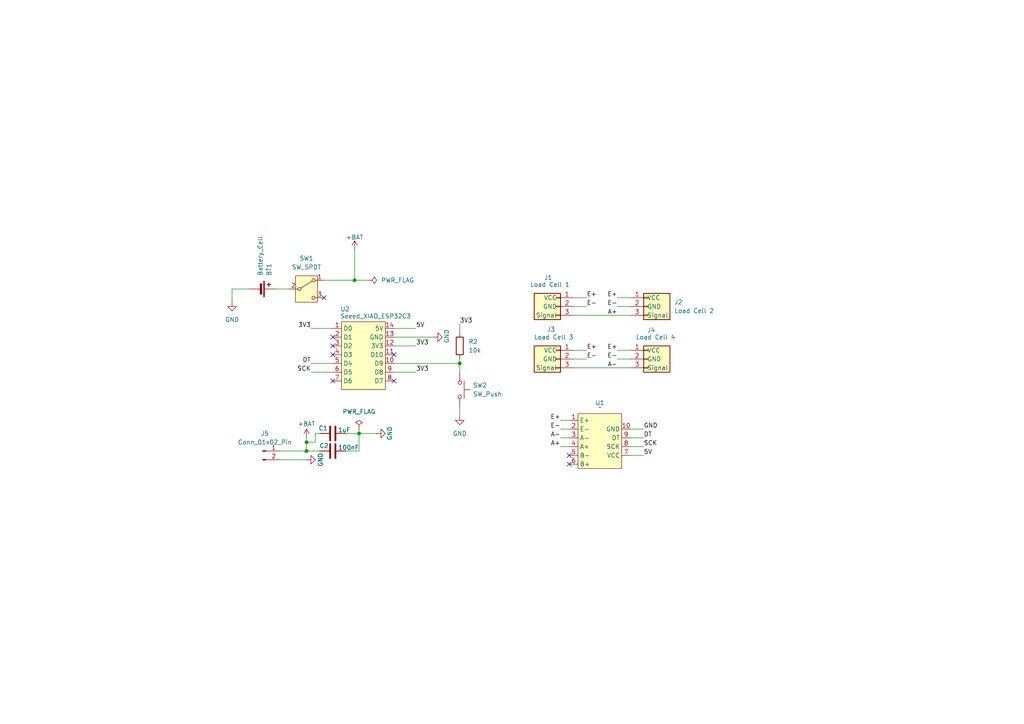
<source format=kicad_sch>
(kicad_sch
	(version 20231120)
	(generator "eeschema")
	(generator_version "8.0")
	(uuid "6c37bc0e-8721-4c7d-a680-c6d49d9f5325")
	(paper "A4")
	(lib_symbols
		(symbol "Connector:Conn_01x02_Pin"
			(pin_names
				(offset 1.016) hide)
			(exclude_from_sim no)
			(in_bom yes)
			(on_board yes)
			(property "Reference" "J"
				(at 0 2.54 0)
				(effects
					(font
						(size 1.27 1.27)
					)
				)
			)
			(property "Value" "Conn_01x02_Pin"
				(at 0 -5.08 0)
				(effects
					(font
						(size 1.27 1.27)
					)
				)
			)
			(property "Footprint" ""
				(at 0 0 0)
				(effects
					(font
						(size 1.27 1.27)
					)
					(hide yes)
				)
			)
			(property "Datasheet" "~"
				(at 0 0 0)
				(effects
					(font
						(size 1.27 1.27)
					)
					(hide yes)
				)
			)
			(property "Description" "Generic connector, single row, 01x02, script generated"
				(at 0 0 0)
				(effects
					(font
						(size 1.27 1.27)
					)
					(hide yes)
				)
			)
			(property "ki_locked" ""
				(at 0 0 0)
				(effects
					(font
						(size 1.27 1.27)
					)
				)
			)
			(property "ki_keywords" "connector"
				(at 0 0 0)
				(effects
					(font
						(size 1.27 1.27)
					)
					(hide yes)
				)
			)
			(property "ki_fp_filters" "Connector*:*_1x??_*"
				(at 0 0 0)
				(effects
					(font
						(size 1.27 1.27)
					)
					(hide yes)
				)
			)
			(symbol "Conn_01x02_Pin_1_1"
				(polyline
					(pts
						(xy 1.27 -2.54) (xy 0.8636 -2.54)
					)
					(stroke
						(width 0.1524)
						(type default)
					)
					(fill
						(type none)
					)
				)
				(polyline
					(pts
						(xy 1.27 0) (xy 0.8636 0)
					)
					(stroke
						(width 0.1524)
						(type default)
					)
					(fill
						(type none)
					)
				)
				(rectangle
					(start 0.8636 -2.413)
					(end 0 -2.667)
					(stroke
						(width 0.1524)
						(type default)
					)
					(fill
						(type outline)
					)
				)
				(rectangle
					(start 0.8636 0.127)
					(end 0 -0.127)
					(stroke
						(width 0.1524)
						(type default)
					)
					(fill
						(type outline)
					)
				)
				(pin passive line
					(at 5.08 0 180)
					(length 3.81)
					(name "Pin_1"
						(effects
							(font
								(size 1.27 1.27)
							)
						)
					)
					(number "1"
						(effects
							(font
								(size 1.27 1.27)
							)
						)
					)
				)
				(pin passive line
					(at 5.08 -2.54 180)
					(length 3.81)
					(name "Pin_2"
						(effects
							(font
								(size 1.27 1.27)
							)
						)
					)
					(number "2"
						(effects
							(font
								(size 1.27 1.27)
							)
						)
					)
				)
			)
		)
		(symbol "Connector_Generic:Conn_01x03"
			(pin_names
				(offset 1.016)
			)
			(exclude_from_sim no)
			(in_bom yes)
			(on_board yes)
			(property "Reference" "J1"
				(at -1.27 8.89 0)
				(effects
					(font
						(size 1.27 1.27)
					)
					(justify left)
				)
			)
			(property "Value" "Load Cell 1"
				(at -5.08 6.35 0)
				(effects
					(font
						(size 1.27 1.27)
					)
					(justify left)
				)
			)
			(property "Footprint" ""
				(at 0 0 0)
				(effects
					(font
						(size 1.27 1.27)
					)
					(hide yes)
				)
			)
			(property "Datasheet" "~"
				(at 7.62 8.89 0)
				(effects
					(font
						(size 1.27 1.27)
					)
					(hide yes)
				)
			)
			(property "Description" "Generic connector, single row, 01x03, script generated (kicad-library-utils/schlib/autogen/connector/)"
				(at 0 -10.16 0)
				(effects
					(font
						(size 1.27 1.27)
					)
					(hide yes)
				)
			)
			(property "ki_keywords" "connector"
				(at 0 0 0)
				(effects
					(font
						(size 1.27 1.27)
					)
					(hide yes)
				)
			)
			(property "ki_fp_filters" "Connector*:*_1x??_*"
				(at 0 0 0)
				(effects
					(font
						(size 1.27 1.27)
					)
					(hide yes)
				)
			)
			(symbol "Conn_01x03_1_1"
				(rectangle
					(start -1.27 -2.413)
					(end 0 -2.667)
					(stroke
						(width 0.1524)
						(type default)
					)
					(fill
						(type none)
					)
				)
				(rectangle
					(start -1.27 0.127)
					(end 0 -0.127)
					(stroke
						(width 0.1524)
						(type default)
					)
					(fill
						(type none)
					)
				)
				(rectangle
					(start -1.27 2.667)
					(end 0 2.413)
					(stroke
						(width 0.1524)
						(type default)
					)
					(fill
						(type none)
					)
				)
				(rectangle
					(start -1.27 3.81)
					(end 6.35 -3.81)
					(stroke
						(width 0.254)
						(type default)
					)
					(fill
						(type background)
					)
				)
				(pin passive line
					(at -5.08 2.54 0)
					(length 3.81)
					(name "VCC"
						(effects
							(font
								(size 1.27 1.27)
							)
						)
					)
					(number "1"
						(effects
							(font
								(size 1.27 1.27)
							)
						)
					)
				)
				(pin passive line
					(at -5.08 0 0)
					(length 3.81)
					(name "GND"
						(effects
							(font
								(size 1.27 1.27)
							)
						)
					)
					(number "2"
						(effects
							(font
								(size 1.27 1.27)
							)
						)
					)
				)
				(pin passive line
					(at -5.08 -2.54 0)
					(length 3.81)
					(name "Signal"
						(effects
							(font
								(size 1.27 1.27)
							)
						)
					)
					(number "3"
						(effects
							(font
								(size 1.27 1.27)
							)
						)
					)
				)
			)
		)
		(symbol "Device:Battery_Cell"
			(pin_numbers hide)
			(pin_names
				(offset 0) hide)
			(exclude_from_sim no)
			(in_bom yes)
			(on_board yes)
			(property "Reference" "BT"
				(at 2.54 2.54 0)
				(effects
					(font
						(size 1.27 1.27)
					)
					(justify left)
				)
			)
			(property "Value" "Battery_Cell"
				(at 2.54 0 0)
				(effects
					(font
						(size 1.27 1.27)
					)
					(justify left)
				)
			)
			(property "Footprint" ""
				(at 0 1.524 90)
				(effects
					(font
						(size 1.27 1.27)
					)
					(hide yes)
				)
			)
			(property "Datasheet" "~"
				(at 0 1.524 90)
				(effects
					(font
						(size 1.27 1.27)
					)
					(hide yes)
				)
			)
			(property "Description" "Single-cell battery"
				(at 0 0 0)
				(effects
					(font
						(size 1.27 1.27)
					)
					(hide yes)
				)
			)
			(property "ki_keywords" "battery cell"
				(at 0 0 0)
				(effects
					(font
						(size 1.27 1.27)
					)
					(hide yes)
				)
			)
			(symbol "Battery_Cell_0_1"
				(rectangle
					(start -2.286 1.778)
					(end 2.286 1.524)
					(stroke
						(width 0)
						(type default)
					)
					(fill
						(type outline)
					)
				)
				(rectangle
					(start -1.524 1.016)
					(end 1.524 0.508)
					(stroke
						(width 0)
						(type default)
					)
					(fill
						(type outline)
					)
				)
				(polyline
					(pts
						(xy 0 0.762) (xy 0 0)
					)
					(stroke
						(width 0)
						(type default)
					)
					(fill
						(type none)
					)
				)
				(polyline
					(pts
						(xy 0 1.778) (xy 0 2.54)
					)
					(stroke
						(width 0)
						(type default)
					)
					(fill
						(type none)
					)
				)
				(polyline
					(pts
						(xy 0.762 3.048) (xy 1.778 3.048)
					)
					(stroke
						(width 0.254)
						(type default)
					)
					(fill
						(type none)
					)
				)
				(polyline
					(pts
						(xy 1.27 3.556) (xy 1.27 2.54)
					)
					(stroke
						(width 0.254)
						(type default)
					)
					(fill
						(type none)
					)
				)
			)
			(symbol "Battery_Cell_1_1"
				(pin passive line
					(at 0 5.08 270)
					(length 2.54)
					(name "+"
						(effects
							(font
								(size 1.27 1.27)
							)
						)
					)
					(number "1"
						(effects
							(font
								(size 1.27 1.27)
							)
						)
					)
				)
				(pin passive line
					(at 0 -2.54 90)
					(length 2.54)
					(name "-"
						(effects
							(font
								(size 1.27 1.27)
							)
						)
					)
					(number "2"
						(effects
							(font
								(size 1.27 1.27)
							)
						)
					)
				)
			)
		)
		(symbol "Device:C"
			(pin_numbers hide)
			(pin_names
				(offset 0.254)
			)
			(exclude_from_sim no)
			(in_bom yes)
			(on_board yes)
			(property "Reference" "C"
				(at 0.635 2.54 0)
				(effects
					(font
						(size 1.27 1.27)
					)
					(justify left)
				)
			)
			(property "Value" "C"
				(at 0.635 -2.54 0)
				(effects
					(font
						(size 1.27 1.27)
					)
					(justify left)
				)
			)
			(property "Footprint" ""
				(at 0.9652 -3.81 0)
				(effects
					(font
						(size 1.27 1.27)
					)
					(hide yes)
				)
			)
			(property "Datasheet" "~"
				(at 0 0 0)
				(effects
					(font
						(size 1.27 1.27)
					)
					(hide yes)
				)
			)
			(property "Description" "Unpolarized capacitor"
				(at 0 0 0)
				(effects
					(font
						(size 1.27 1.27)
					)
					(hide yes)
				)
			)
			(property "ki_keywords" "cap capacitor"
				(at 0 0 0)
				(effects
					(font
						(size 1.27 1.27)
					)
					(hide yes)
				)
			)
			(property "ki_fp_filters" "C_*"
				(at 0 0 0)
				(effects
					(font
						(size 1.27 1.27)
					)
					(hide yes)
				)
			)
			(symbol "C_0_1"
				(polyline
					(pts
						(xy -2.032 -0.762) (xy 2.032 -0.762)
					)
					(stroke
						(width 0.508)
						(type default)
					)
					(fill
						(type none)
					)
				)
				(polyline
					(pts
						(xy -2.032 0.762) (xy 2.032 0.762)
					)
					(stroke
						(width 0.508)
						(type default)
					)
					(fill
						(type none)
					)
				)
			)
			(symbol "C_1_1"
				(pin passive line
					(at 0 3.81 270)
					(length 2.794)
					(name "~"
						(effects
							(font
								(size 1.27 1.27)
							)
						)
					)
					(number "1"
						(effects
							(font
								(size 1.27 1.27)
							)
						)
					)
				)
				(pin passive line
					(at 0 -3.81 90)
					(length 2.794)
					(name "~"
						(effects
							(font
								(size 1.27 1.27)
							)
						)
					)
					(number "2"
						(effects
							(font
								(size 1.27 1.27)
							)
						)
					)
				)
			)
		)
		(symbol "Device:R"
			(pin_numbers hide)
			(pin_names
				(offset 0)
			)
			(exclude_from_sim no)
			(in_bom yes)
			(on_board yes)
			(property "Reference" "R"
				(at 2.032 0 90)
				(effects
					(font
						(size 1.27 1.27)
					)
				)
			)
			(property "Value" "R"
				(at 0 0 90)
				(effects
					(font
						(size 1.27 1.27)
					)
				)
			)
			(property "Footprint" ""
				(at -1.778 0 90)
				(effects
					(font
						(size 1.27 1.27)
					)
					(hide yes)
				)
			)
			(property "Datasheet" "~"
				(at 0 0 0)
				(effects
					(font
						(size 1.27 1.27)
					)
					(hide yes)
				)
			)
			(property "Description" "Resistor"
				(at 0 0 0)
				(effects
					(font
						(size 1.27 1.27)
					)
					(hide yes)
				)
			)
			(property "ki_keywords" "R res resistor"
				(at 0 0 0)
				(effects
					(font
						(size 1.27 1.27)
					)
					(hide yes)
				)
			)
			(property "ki_fp_filters" "R_*"
				(at 0 0 0)
				(effects
					(font
						(size 1.27 1.27)
					)
					(hide yes)
				)
			)
			(symbol "R_0_1"
				(rectangle
					(start -1.016 -2.54)
					(end 1.016 2.54)
					(stroke
						(width 0.254)
						(type default)
					)
					(fill
						(type none)
					)
				)
			)
			(symbol "R_1_1"
				(pin passive line
					(at 0 3.81 270)
					(length 1.27)
					(name "~"
						(effects
							(font
								(size 1.27 1.27)
							)
						)
					)
					(number "1"
						(effects
							(font
								(size 1.27 1.27)
							)
						)
					)
				)
				(pin passive line
					(at 0 -3.81 90)
					(length 1.27)
					(name "~"
						(effects
							(font
								(size 1.27 1.27)
							)
						)
					)
					(number "2"
						(effects
							(font
								(size 1.27 1.27)
							)
						)
					)
				)
			)
		)
		(symbol "Switch:SW_Push"
			(pin_numbers hide)
			(pin_names
				(offset 1.016) hide)
			(exclude_from_sim no)
			(in_bom yes)
			(on_board yes)
			(property "Reference" "SW"
				(at 1.27 2.54 0)
				(effects
					(font
						(size 1.27 1.27)
					)
					(justify left)
				)
			)
			(property "Value" "SW_Push"
				(at 0 -1.524 0)
				(effects
					(font
						(size 1.27 1.27)
					)
				)
			)
			(property "Footprint" ""
				(at 0 5.08 0)
				(effects
					(font
						(size 1.27 1.27)
					)
					(hide yes)
				)
			)
			(property "Datasheet" "~"
				(at 0 5.08 0)
				(effects
					(font
						(size 1.27 1.27)
					)
					(hide yes)
				)
			)
			(property "Description" "Push button switch, generic, two pins"
				(at 0 0 0)
				(effects
					(font
						(size 1.27 1.27)
					)
					(hide yes)
				)
			)
			(property "ki_keywords" "switch normally-open pushbutton push-button"
				(at 0 0 0)
				(effects
					(font
						(size 1.27 1.27)
					)
					(hide yes)
				)
			)
			(symbol "SW_Push_0_1"
				(circle
					(center -2.032 0)
					(radius 0.508)
					(stroke
						(width 0)
						(type default)
					)
					(fill
						(type none)
					)
				)
				(polyline
					(pts
						(xy 0 1.27) (xy 0 3.048)
					)
					(stroke
						(width 0)
						(type default)
					)
					(fill
						(type none)
					)
				)
				(polyline
					(pts
						(xy 2.54 1.27) (xy -2.54 1.27)
					)
					(stroke
						(width 0)
						(type default)
					)
					(fill
						(type none)
					)
				)
				(circle
					(center 2.032 0)
					(radius 0.508)
					(stroke
						(width 0)
						(type default)
					)
					(fill
						(type none)
					)
				)
				(pin passive line
					(at -5.08 0 0)
					(length 2.54)
					(name "1"
						(effects
							(font
								(size 1.27 1.27)
							)
						)
					)
					(number "1"
						(effects
							(font
								(size 1.27 1.27)
							)
						)
					)
				)
				(pin passive line
					(at 5.08 0 180)
					(length 2.54)
					(name "2"
						(effects
							(font
								(size 1.27 1.27)
							)
						)
					)
					(number "2"
						(effects
							(font
								(size 1.27 1.27)
							)
						)
					)
				)
			)
		)
		(symbol "Switch:SW_SPDT"
			(pin_names
				(offset 0) hide)
			(exclude_from_sim no)
			(in_bom yes)
			(on_board yes)
			(property "Reference" "SW"
				(at 0 5.08 0)
				(effects
					(font
						(size 1.27 1.27)
					)
				)
			)
			(property "Value" "SW_SPDT"
				(at 0 -5.08 0)
				(effects
					(font
						(size 1.27 1.27)
					)
				)
			)
			(property "Footprint" ""
				(at 0 0 0)
				(effects
					(font
						(size 1.27 1.27)
					)
					(hide yes)
				)
			)
			(property "Datasheet" "~"
				(at 0 -7.62 0)
				(effects
					(font
						(size 1.27 1.27)
					)
					(hide yes)
				)
			)
			(property "Description" "Switch, single pole double throw"
				(at 0 0 0)
				(effects
					(font
						(size 1.27 1.27)
					)
					(hide yes)
				)
			)
			(property "ki_keywords" "switch single-pole double-throw spdt ON-ON"
				(at 0 0 0)
				(effects
					(font
						(size 1.27 1.27)
					)
					(hide yes)
				)
			)
			(symbol "SW_SPDT_0_1"
				(circle
					(center -2.032 0)
					(radius 0.4572)
					(stroke
						(width 0)
						(type default)
					)
					(fill
						(type none)
					)
				)
				(polyline
					(pts
						(xy -1.651 0.254) (xy 1.651 2.286)
					)
					(stroke
						(width 0)
						(type default)
					)
					(fill
						(type none)
					)
				)
				(circle
					(center 2.032 -2.54)
					(radius 0.4572)
					(stroke
						(width 0)
						(type default)
					)
					(fill
						(type none)
					)
				)
				(circle
					(center 2.032 2.54)
					(radius 0.4572)
					(stroke
						(width 0)
						(type default)
					)
					(fill
						(type none)
					)
				)
			)
			(symbol "SW_SPDT_1_1"
				(rectangle
					(start -3.175 3.81)
					(end 3.175 -3.81)
					(stroke
						(width 0)
						(type default)
					)
					(fill
						(type background)
					)
				)
				(pin passive line
					(at 5.08 2.54 180)
					(length 2.54)
					(name "A"
						(effects
							(font
								(size 1.27 1.27)
							)
						)
					)
					(number "1"
						(effects
							(font
								(size 1.27 1.27)
							)
						)
					)
				)
				(pin passive line
					(at -5.08 0 0)
					(length 2.54)
					(name "B"
						(effects
							(font
								(size 1.27 1.27)
							)
						)
					)
					(number "2"
						(effects
							(font
								(size 1.27 1.27)
							)
						)
					)
				)
				(pin passive line
					(at 5.08 -2.54 180)
					(length 2.54)
					(name "C"
						(effects
							(font
								(size 1.27 1.27)
							)
						)
					)
					(number "3"
						(effects
							(font
								(size 1.27 1.27)
							)
						)
					)
				)
			)
		)
		(symbol "my_lib:HX711"
			(exclude_from_sim no)
			(in_bom yes)
			(on_board yes)
			(property "Reference" "U"
				(at -5.842 9.652 0)
				(effects
					(font
						(size 1.27 1.27)
					)
				)
			)
			(property "Value" "HX711"
				(at 0 -2.54 0)
				(effects
					(font
						(size 1.27 1.27)
					)
				)
			)
			(property "Footprint" "mylib:HX711"
				(at 0 -2.54 0)
				(effects
					(font
						(size 1.27 1.27)
					)
					(hide yes)
				)
			)
			(property "Datasheet" ""
				(at 0 -2.54 0)
				(effects
					(font
						(size 1.27 1.27)
					)
					(hide yes)
				)
			)
			(property "Description" ""
				(at 0 -2.54 0)
				(effects
					(font
						(size 1.27 1.27)
					)
					(hide yes)
				)
			)
			(symbol "HX711_0_1"
				(rectangle
					(start -6.35 8.255)
					(end 6.35 -7.62)
					(stroke
						(width 0)
						(type default)
					)
					(fill
						(type background)
					)
				)
			)
			(symbol "HX711_1_1"
				(pin bidirectional line
					(at -8.89 6.35 0)
					(length 2.54)
					(name "E+"
						(effects
							(font
								(size 1.27 1.27)
							)
						)
					)
					(number "1"
						(effects
							(font
								(size 1.27 1.27)
							)
						)
					)
				)
				(pin passive line
					(at 8.89 3.81 180)
					(length 2.54)
					(name "GND"
						(effects
							(font
								(size 1.27 1.27)
							)
						)
					)
					(number "10"
						(effects
							(font
								(size 1.27 1.27)
							)
						)
					)
				)
				(pin bidirectional line
					(at -8.89 3.81 0)
					(length 2.54)
					(name "E-"
						(effects
							(font
								(size 1.27 1.27)
							)
						)
					)
					(number "2"
						(effects
							(font
								(size 1.27 1.27)
							)
						)
					)
				)
				(pin bidirectional line
					(at -8.89 1.27 0)
					(length 2.54)
					(name "A-"
						(effects
							(font
								(size 1.27 1.27)
							)
						)
					)
					(number "3"
						(effects
							(font
								(size 1.27 1.27)
							)
						)
					)
				)
				(pin bidirectional line
					(at -8.89 -1.27 0)
					(length 2.54)
					(name "A+"
						(effects
							(font
								(size 1.27 1.27)
							)
						)
					)
					(number "4"
						(effects
							(font
								(size 1.27 1.27)
							)
						)
					)
				)
				(pin bidirectional line
					(at -8.89 -3.81 0)
					(length 2.54)
					(name "B-"
						(effects
							(font
								(size 1.27 1.27)
							)
						)
					)
					(number "5"
						(effects
							(font
								(size 1.27 1.27)
							)
						)
					)
				)
				(pin bidirectional line
					(at -8.89 -6.35 0)
					(length 2.54)
					(name "B+"
						(effects
							(font
								(size 1.27 1.27)
							)
						)
					)
					(number "6"
						(effects
							(font
								(size 1.27 1.27)
							)
						)
					)
				)
				(pin bidirectional line
					(at 8.89 -3.81 180)
					(length 2.54)
					(name "VCC"
						(effects
							(font
								(size 1.27 1.27)
							)
						)
					)
					(number "7"
						(effects
							(font
								(size 1.27 1.27)
							)
						)
					)
				)
				(pin input line
					(at 8.89 -1.27 180)
					(length 2.54)
					(name "SCK"
						(effects
							(font
								(size 1.27 1.27)
							)
						)
					)
					(number "8"
						(effects
							(font
								(size 1.27 1.27)
							)
						)
					)
				)
				(pin output line
					(at 8.89 1.27 180)
					(length 2.54)
					(name "DT"
						(effects
							(font
								(size 1.27 1.27)
							)
						)
					)
					(number "9"
						(effects
							(font
								(size 1.27 1.27)
							)
						)
					)
				)
			)
		)
		(symbol "my_lib:Seeed_XIAO_ESP32C3"
			(exclude_from_sim no)
			(in_bom yes)
			(on_board yes)
			(property "Reference" "U"
				(at -6.096 12.954 0)
				(effects
					(font
						(size 1.27 1.27)
					)
				)
			)
			(property "Value" "Seeed_XIAO_ESP32C3"
				(at 3.556 10.922 0)
				(effects
					(font
						(size 1.27 1.27)
					)
				)
			)
			(property "Footprint" "mylib:Seeed XIAO ESP32C3"
				(at 0 -3.81 0)
				(effects
					(font
						(size 1.27 1.27)
					)
					(hide yes)
				)
			)
			(property "Datasheet" ""
				(at 0 -3.81 0)
				(effects
					(font
						(size 1.27 1.27)
					)
					(hide yes)
				)
			)
			(property "Description" ""
				(at 0 -3.81 0)
				(effects
					(font
						(size 1.27 1.27)
					)
					(hide yes)
				)
			)
			(symbol "Seeed_XIAO_ESP32C3_0_1"
				(rectangle
					(start -6.35 9.525)
					(end 6.35 -10.16)
					(stroke
						(width 0)
						(type default)
					)
					(fill
						(type background)
					)
				)
			)
			(symbol "Seeed_XIAO_ESP32C3_1_1"
				(pin bidirectional line
					(at -8.89 7.62 0)
					(length 2.54)
					(name "D0"
						(effects
							(font
								(size 1.27 1.27)
							)
						)
					)
					(number "1"
						(effects
							(font
								(size 1.27 1.27)
							)
						)
					)
				)
				(pin bidirectional line
					(at 8.89 -2.54 180)
					(length 2.54)
					(name "D9"
						(effects
							(font
								(size 1.27 1.27)
							)
						)
					)
					(number "10"
						(effects
							(font
								(size 1.27 1.27)
							)
						)
					)
				)
				(pin bidirectional line
					(at 8.89 0 180)
					(length 2.54)
					(name "D10"
						(effects
							(font
								(size 1.27 1.27)
							)
						)
					)
					(number "11"
						(effects
							(font
								(size 1.27 1.27)
							)
						)
					)
				)
				(pin power_out line
					(at 8.89 2.54 180)
					(length 2.54)
					(name "3V3"
						(effects
							(font
								(size 1.27 1.27)
							)
						)
					)
					(number "12"
						(effects
							(font
								(size 1.27 1.27)
							)
						)
					)
				)
				(pin passive line
					(at 8.89 5.08 180)
					(length 2.54)
					(name "GND"
						(effects
							(font
								(size 1.27 1.27)
							)
						)
					)
					(number "13"
						(effects
							(font
								(size 1.27 1.27)
							)
						)
					)
				)
				(pin power_out line
					(at 8.89 7.62 180)
					(length 2.54)
					(name "5V"
						(effects
							(font
								(size 1.27 1.27)
							)
						)
					)
					(number "14"
						(effects
							(font
								(size 1.27 1.27)
							)
						)
					)
				)
				(pin bidirectional line
					(at -8.89 5.08 0)
					(length 2.54)
					(name "D1"
						(effects
							(font
								(size 1.27 1.27)
							)
						)
					)
					(number "2"
						(effects
							(font
								(size 1.27 1.27)
							)
						)
					)
				)
				(pin bidirectional line
					(at -8.89 2.54 0)
					(length 2.54)
					(name "D2"
						(effects
							(font
								(size 1.27 1.27)
							)
						)
					)
					(number "3"
						(effects
							(font
								(size 1.27 1.27)
							)
						)
					)
				)
				(pin bidirectional line
					(at -8.89 0 0)
					(length 2.54)
					(name "D3"
						(effects
							(font
								(size 1.27 1.27)
							)
						)
					)
					(number "4"
						(effects
							(font
								(size 1.27 1.27)
							)
						)
					)
				)
				(pin bidirectional line
					(at -8.89 -2.54 0)
					(length 2.54)
					(name "D4"
						(effects
							(font
								(size 1.27 1.27)
							)
						)
					)
					(number "5"
						(effects
							(font
								(size 1.27 1.27)
							)
						)
					)
				)
				(pin bidirectional line
					(at -8.89 -5.08 0)
					(length 2.54)
					(name "D5"
						(effects
							(font
								(size 1.27 1.27)
							)
						)
					)
					(number "6"
						(effects
							(font
								(size 1.27 1.27)
							)
						)
					)
				)
				(pin bidirectional line
					(at -8.89 -7.62 0)
					(length 2.54)
					(name "D6"
						(effects
							(font
								(size 1.27 1.27)
							)
						)
					)
					(number "7"
						(effects
							(font
								(size 1.27 1.27)
							)
						)
					)
				)
				(pin bidirectional line
					(at 8.89 -7.62 180)
					(length 2.54)
					(name "D7"
						(effects
							(font
								(size 1.27 1.27)
							)
						)
					)
					(number "8"
						(effects
							(font
								(size 1.27 1.27)
							)
						)
					)
				)
				(pin bidirectional line
					(at 8.89 -5.08 180)
					(length 2.54)
					(name "D8"
						(effects
							(font
								(size 1.27 1.27)
							)
						)
					)
					(number "9"
						(effects
							(font
								(size 1.27 1.27)
							)
						)
					)
				)
			)
		)
		(symbol "power:+5V"
			(power)
			(pin_numbers hide)
			(pin_names
				(offset 0) hide)
			(exclude_from_sim no)
			(in_bom yes)
			(on_board yes)
			(property "Reference" "#PWR"
				(at 0 -3.81 0)
				(effects
					(font
						(size 1.27 1.27)
					)
					(hide yes)
				)
			)
			(property "Value" "+5V"
				(at 0 3.556 0)
				(effects
					(font
						(size 1.27 1.27)
					)
				)
			)
			(property "Footprint" ""
				(at 0 0 0)
				(effects
					(font
						(size 1.27 1.27)
					)
					(hide yes)
				)
			)
			(property "Datasheet" ""
				(at 0 0 0)
				(effects
					(font
						(size 1.27 1.27)
					)
					(hide yes)
				)
			)
			(property "Description" "Power symbol creates a global label with name \"+5V\""
				(at 0 0 0)
				(effects
					(font
						(size 1.27 1.27)
					)
					(hide yes)
				)
			)
			(property "ki_keywords" "global power"
				(at 0 0 0)
				(effects
					(font
						(size 1.27 1.27)
					)
					(hide yes)
				)
			)
			(symbol "+5V_0_1"
				(polyline
					(pts
						(xy -0.762 1.27) (xy 0 2.54)
					)
					(stroke
						(width 0)
						(type default)
					)
					(fill
						(type none)
					)
				)
				(polyline
					(pts
						(xy 0 0) (xy 0 2.54)
					)
					(stroke
						(width 0)
						(type default)
					)
					(fill
						(type none)
					)
				)
				(polyline
					(pts
						(xy 0 2.54) (xy 0.762 1.27)
					)
					(stroke
						(width 0)
						(type default)
					)
					(fill
						(type none)
					)
				)
			)
			(symbol "+5V_1_1"
				(pin power_in line
					(at 0 0 90)
					(length 0)
					(name "~"
						(effects
							(font
								(size 1.27 1.27)
							)
						)
					)
					(number "1"
						(effects
							(font
								(size 1.27 1.27)
							)
						)
					)
				)
			)
		)
		(symbol "power:GND"
			(power)
			(pin_numbers hide)
			(pin_names
				(offset 0) hide)
			(exclude_from_sim no)
			(in_bom yes)
			(on_board yes)
			(property "Reference" "#PWR"
				(at 0 -6.35 0)
				(effects
					(font
						(size 1.27 1.27)
					)
					(hide yes)
				)
			)
			(property "Value" "GND"
				(at 0 -3.81 0)
				(effects
					(font
						(size 1.27 1.27)
					)
				)
			)
			(property "Footprint" ""
				(at 0 0 0)
				(effects
					(font
						(size 1.27 1.27)
					)
					(hide yes)
				)
			)
			(property "Datasheet" ""
				(at 0 0 0)
				(effects
					(font
						(size 1.27 1.27)
					)
					(hide yes)
				)
			)
			(property "Description" "Power symbol creates a global label with name \"GND\" , ground"
				(at 0 0 0)
				(effects
					(font
						(size 1.27 1.27)
					)
					(hide yes)
				)
			)
			(property "ki_keywords" "global power"
				(at 0 0 0)
				(effects
					(font
						(size 1.27 1.27)
					)
					(hide yes)
				)
			)
			(symbol "GND_0_1"
				(polyline
					(pts
						(xy 0 0) (xy 0 -1.27) (xy 1.27 -1.27) (xy 0 -2.54) (xy -1.27 -1.27) (xy 0 -1.27)
					)
					(stroke
						(width 0)
						(type default)
					)
					(fill
						(type none)
					)
				)
			)
			(symbol "GND_1_1"
				(pin power_in line
					(at 0 0 270)
					(length 0)
					(name "~"
						(effects
							(font
								(size 1.27 1.27)
							)
						)
					)
					(number "1"
						(effects
							(font
								(size 1.27 1.27)
							)
						)
					)
				)
			)
		)
		(symbol "power:PWR_FLAG"
			(power)
			(pin_numbers hide)
			(pin_names
				(offset 0) hide)
			(exclude_from_sim no)
			(in_bom yes)
			(on_board yes)
			(property "Reference" "#FLG"
				(at 0 1.905 0)
				(effects
					(font
						(size 1.27 1.27)
					)
					(hide yes)
				)
			)
			(property "Value" "PWR_FLAG"
				(at 0 3.81 0)
				(effects
					(font
						(size 1.27 1.27)
					)
				)
			)
			(property "Footprint" ""
				(at 0 0 0)
				(effects
					(font
						(size 1.27 1.27)
					)
					(hide yes)
				)
			)
			(property "Datasheet" "~"
				(at 0 0 0)
				(effects
					(font
						(size 1.27 1.27)
					)
					(hide yes)
				)
			)
			(property "Description" "Special symbol for telling ERC where power comes from"
				(at 0 0 0)
				(effects
					(font
						(size 1.27 1.27)
					)
					(hide yes)
				)
			)
			(property "ki_keywords" "flag power"
				(at 0 0 0)
				(effects
					(font
						(size 1.27 1.27)
					)
					(hide yes)
				)
			)
			(symbol "PWR_FLAG_0_0"
				(pin power_out line
					(at 0 0 90)
					(length 0)
					(name "~"
						(effects
							(font
								(size 1.27 1.27)
							)
						)
					)
					(number "1"
						(effects
							(font
								(size 1.27 1.27)
							)
						)
					)
				)
			)
			(symbol "PWR_FLAG_0_1"
				(polyline
					(pts
						(xy 0 0) (xy 0 1.27) (xy -1.016 1.905) (xy 0 2.54) (xy 1.016 1.905) (xy 0 1.27)
					)
					(stroke
						(width 0)
						(type default)
					)
					(fill
						(type none)
					)
				)
			)
		)
	)
	(junction
		(at 104.14 125.73)
		(diameter 0)
		(color 0 0 0 0)
		(uuid "0ab657a1-425d-4ed6-b43a-b746c4283adc")
	)
	(junction
		(at 133.35 105.41)
		(diameter 0)
		(color 0 0 0 0)
		(uuid "608d37a2-c39b-45f1-a1db-e36bef278f3f")
	)
	(junction
		(at 88.9 128.27)
		(diameter 0)
		(color 0 0 0 0)
		(uuid "9015c188-35ab-41fd-b7ff-a936df4e25ed")
	)
	(junction
		(at 102.87 81.28)
		(diameter 0)
		(color 0 0 0 0)
		(uuid "d03aaafb-686a-43e3-aba1-81fe082e7eed")
	)
	(junction
		(at 88.9 130.81)
		(diameter 0)
		(color 0 0 0 0)
		(uuid "e39a426b-bc54-4df5-8713-78e21bada59d")
	)
	(no_connect
		(at 114.3 110.49)
		(uuid "11c38933-70ef-4ec7-a0b4-7cf420e34ebb")
	)
	(no_connect
		(at 96.52 102.87)
		(uuid "15c01506-eeed-457a-ac15-c2123db22eaf")
	)
	(no_connect
		(at 165.1 132.08)
		(uuid "1b540754-bce9-49f9-97ae-2e16fc2fd7fc")
	)
	(no_connect
		(at 96.52 110.49)
		(uuid "1b5d6252-ba3b-4a36-8fde-9c3ce8d1b10e")
	)
	(no_connect
		(at 96.52 100.33)
		(uuid "89076f67-80d8-47b7-9594-d6e33286a43b")
	)
	(no_connect
		(at 96.52 97.79)
		(uuid "a249a0f1-ab95-4fe7-8456-b06cd5c8432b")
	)
	(no_connect
		(at 114.3 102.87)
		(uuid "a6b372d8-21e3-49f4-89fa-bd66d6bb6502")
	)
	(no_connect
		(at 165.1 134.62)
		(uuid "c4364410-db07-41b7-98de-304a892efd26")
	)
	(no_connect
		(at 93.98 86.36)
		(uuid "e2dfad40-8a80-4a2c-a661-503be39a72ee")
	)
	(wire
		(pts
			(xy 133.35 105.41) (xy 114.3 105.41)
		)
		(stroke
			(width 0)
			(type default)
		)
		(uuid "01a086f2-4941-4f07-b805-b804974024e7")
	)
	(wire
		(pts
			(xy 100.33 125.73) (xy 104.14 125.73)
		)
		(stroke
			(width 0)
			(type default)
		)
		(uuid "096a95dd-9df4-41c4-9613-15f818daac30")
	)
	(wire
		(pts
			(xy 166.37 101.6) (xy 170.18 101.6)
		)
		(stroke
			(width 0)
			(type default)
		)
		(uuid "11ac5979-2ec8-472c-9ff5-995a40672cee")
	)
	(wire
		(pts
			(xy 80.01 83.82) (xy 83.82 83.82)
		)
		(stroke
			(width 0)
			(type default)
		)
		(uuid "16f912b0-5963-4dd5-b53d-f001911a38df")
	)
	(wire
		(pts
			(xy 104.14 130.81) (xy 104.14 125.73)
		)
		(stroke
			(width 0)
			(type default)
		)
		(uuid "22c57cc9-6100-4b0a-87a2-f33ea0fd1e78")
	)
	(wire
		(pts
			(xy 179.07 86.36) (xy 182.88 86.36)
		)
		(stroke
			(width 0)
			(type default)
		)
		(uuid "2a05fed0-0a79-453f-9826-6956a2517995")
	)
	(wire
		(pts
			(xy 114.3 95.25) (xy 120.65 95.25)
		)
		(stroke
			(width 0)
			(type default)
		)
		(uuid "2eacbce5-9722-4b60-8316-29065e0c1815")
	)
	(wire
		(pts
			(xy 88.9 128.27) (xy 88.9 130.81)
		)
		(stroke
			(width 0)
			(type default)
		)
		(uuid "37526f82-cafa-4b5e-a391-099c44f9d241")
	)
	(wire
		(pts
			(xy 104.14 124.46) (xy 104.14 125.73)
		)
		(stroke
			(width 0)
			(type default)
		)
		(uuid "400ea711-08fb-47de-9ca5-91a3fd73dafa")
	)
	(wire
		(pts
			(xy 114.3 100.33) (xy 120.65 100.33)
		)
		(stroke
			(width 0)
			(type default)
		)
		(uuid "44a498f4-1147-461f-82fa-2260a5469d37")
	)
	(wire
		(pts
			(xy 182.88 127) (xy 186.69 127)
		)
		(stroke
			(width 0)
			(type default)
		)
		(uuid "5ff24027-2c52-455d-ba83-46883e60ff3e")
	)
	(wire
		(pts
			(xy 162.56 121.92) (xy 165.1 121.92)
		)
		(stroke
			(width 0)
			(type default)
		)
		(uuid "60f5cea5-941d-4de7-a753-381fd964838c")
	)
	(wire
		(pts
			(xy 90.17 105.41) (xy 96.52 105.41)
		)
		(stroke
			(width 0)
			(type default)
		)
		(uuid "63f8bd57-7258-44bc-90a7-63380f62a615")
	)
	(wire
		(pts
			(xy 179.07 104.14) (xy 182.88 104.14)
		)
		(stroke
			(width 0)
			(type default)
		)
		(uuid "644758c5-953d-4ffa-8a74-b0d8d08c6885")
	)
	(wire
		(pts
			(xy 166.37 91.44) (xy 182.88 91.44)
		)
		(stroke
			(width 0)
			(type default)
		)
		(uuid "660aee39-605f-445d-ae26-5ce372f1e8d5")
	)
	(wire
		(pts
			(xy 72.39 83.82) (xy 67.31 83.82)
		)
		(stroke
			(width 0)
			(type default)
		)
		(uuid "665fc86f-aee5-4fa5-a525-ff723117284c")
	)
	(wire
		(pts
			(xy 133.35 104.14) (xy 133.35 105.41)
		)
		(stroke
			(width 0)
			(type default)
		)
		(uuid "696e0954-0baa-44bb-bc6d-48a26631f1ea")
	)
	(wire
		(pts
			(xy 162.56 129.54) (xy 165.1 129.54)
		)
		(stroke
			(width 0)
			(type default)
		)
		(uuid "6e32eb22-5e0a-4521-a9be-0c71c0432cdc")
	)
	(wire
		(pts
			(xy 90.17 107.95) (xy 96.52 107.95)
		)
		(stroke
			(width 0)
			(type default)
		)
		(uuid "7602f565-aaa5-4770-b73d-96ca0b3a613d")
	)
	(wire
		(pts
			(xy 133.35 93.98) (xy 133.35 96.52)
		)
		(stroke
			(width 0)
			(type default)
		)
		(uuid "78341acd-1309-45ee-aa54-ddc1d8799c6f")
	)
	(wire
		(pts
			(xy 182.88 124.46) (xy 186.69 124.46)
		)
		(stroke
			(width 0)
			(type default)
		)
		(uuid "7ebf714a-6637-430a-b5a6-e221acae6b94")
	)
	(wire
		(pts
			(xy 182.88 132.08) (xy 186.69 132.08)
		)
		(stroke
			(width 0)
			(type default)
		)
		(uuid "8b93bfea-d78b-42ae-ac52-306233a43895")
	)
	(wire
		(pts
			(xy 133.35 118.11) (xy 133.35 120.65)
		)
		(stroke
			(width 0)
			(type default)
		)
		(uuid "8f394de9-6bb8-42a0-9c90-c30a0426e641")
	)
	(wire
		(pts
			(xy 88.9 130.81) (xy 92.71 130.81)
		)
		(stroke
			(width 0)
			(type default)
		)
		(uuid "94c50ebd-185b-4181-98f1-ba95f16bae93")
	)
	(wire
		(pts
			(xy 102.87 81.28) (xy 106.68 81.28)
		)
		(stroke
			(width 0)
			(type default)
		)
		(uuid "98ae4e80-1973-4ac4-a344-a1277b84919a")
	)
	(wire
		(pts
			(xy 100.33 130.81) (xy 104.14 130.81)
		)
		(stroke
			(width 0)
			(type default)
		)
		(uuid "9959c639-b463-438d-a686-08b613d74047")
	)
	(wire
		(pts
			(xy 179.07 88.9) (xy 182.88 88.9)
		)
		(stroke
			(width 0)
			(type default)
		)
		(uuid "a42f14db-1c09-4896-8908-5fbea73fb1ba")
	)
	(wire
		(pts
			(xy 179.07 101.6) (xy 182.88 101.6)
		)
		(stroke
			(width 0)
			(type default)
		)
		(uuid "ae042e14-9541-4614-9c1e-26dc75923b28")
	)
	(wire
		(pts
			(xy 166.37 88.9) (xy 170.18 88.9)
		)
		(stroke
			(width 0)
			(type default)
		)
		(uuid "ae40f5f4-86bb-41d8-85ca-c8a1208fdbe4")
	)
	(wire
		(pts
			(xy 93.98 81.28) (xy 102.87 81.28)
		)
		(stroke
			(width 0)
			(type default)
		)
		(uuid "b6b65641-1c66-42ac-9365-2d52ebf127a1")
	)
	(wire
		(pts
			(xy 90.17 95.25) (xy 96.52 95.25)
		)
		(stroke
			(width 0)
			(type default)
		)
		(uuid "baa8e48b-5e96-422f-8dd0-f0b80036e993")
	)
	(wire
		(pts
			(xy 104.14 125.73) (xy 109.22 125.73)
		)
		(stroke
			(width 0)
			(type default)
		)
		(uuid "c06d6fcd-34af-4068-b2c8-854e7027c247")
	)
	(wire
		(pts
			(xy 162.56 127) (xy 165.1 127)
		)
		(stroke
			(width 0)
			(type default)
		)
		(uuid "cb4f4fe3-7efd-4403-a254-82690249feb6")
	)
	(wire
		(pts
			(xy 102.87 72.39) (xy 102.87 81.28)
		)
		(stroke
			(width 0)
			(type default)
		)
		(uuid "cfabbcbf-3fa6-4419-a34b-1862c0e85d2c")
	)
	(wire
		(pts
			(xy 162.56 124.46) (xy 165.1 124.46)
		)
		(stroke
			(width 0)
			(type default)
		)
		(uuid "d0186be7-a37f-451d-93e0-e39438c18e5d")
	)
	(wire
		(pts
			(xy 88.9 130.81) (xy 81.28 130.81)
		)
		(stroke
			(width 0)
			(type default)
		)
		(uuid "d19f6aef-2e2a-428b-af2a-462539d6d88b")
	)
	(wire
		(pts
			(xy 88.9 127) (xy 88.9 128.27)
		)
		(stroke
			(width 0)
			(type default)
		)
		(uuid "d51279c6-d553-4634-bbe6-69c8dc88fc32")
	)
	(wire
		(pts
			(xy 114.3 107.95) (xy 120.65 107.95)
		)
		(stroke
			(width 0)
			(type default)
		)
		(uuid "dbba0aa4-56dc-4b39-bfd5-b8e46270e50b")
	)
	(wire
		(pts
			(xy 166.37 106.68) (xy 182.88 106.68)
		)
		(stroke
			(width 0)
			(type default)
		)
		(uuid "dcaa4492-8463-4778-96d7-e70f6b0636bd")
	)
	(wire
		(pts
			(xy 92.71 125.73) (xy 91.44 125.73)
		)
		(stroke
			(width 0)
			(type default)
		)
		(uuid "dd400b19-9d9f-4837-be0f-16683d2c7acf")
	)
	(wire
		(pts
			(xy 182.88 129.54) (xy 186.69 129.54)
		)
		(stroke
			(width 0)
			(type default)
		)
		(uuid "df0a6961-2b80-48af-8722-e073185ce30f")
	)
	(wire
		(pts
			(xy 81.28 133.35) (xy 88.9 133.35)
		)
		(stroke
			(width 0)
			(type default)
		)
		(uuid "df9a0f7e-4cdd-44c1-a65c-ffa18c4a86f5")
	)
	(wire
		(pts
			(xy 91.44 128.27) (xy 88.9 128.27)
		)
		(stroke
			(width 0)
			(type default)
		)
		(uuid "dfa7390c-48e8-4f93-90a0-e3cf2cf12208")
	)
	(wire
		(pts
			(xy 91.44 125.73) (xy 91.44 128.27)
		)
		(stroke
			(width 0)
			(type default)
		)
		(uuid "e0225a44-5c82-408e-9eb6-dc53e53fce5e")
	)
	(wire
		(pts
			(xy 125.73 97.79) (xy 114.3 97.79)
		)
		(stroke
			(width 0)
			(type default)
		)
		(uuid "e6386de6-f709-4827-b80a-d3fcf208be7e")
	)
	(wire
		(pts
			(xy 166.37 86.36) (xy 170.18 86.36)
		)
		(stroke
			(width 0)
			(type default)
		)
		(uuid "e7406e44-3ddc-4e24-a26a-3b8310ddcbe8")
	)
	(wire
		(pts
			(xy 133.35 105.41) (xy 133.35 107.95)
		)
		(stroke
			(width 0)
			(type default)
		)
		(uuid "e74897dd-edb7-4a00-a471-86fdfcb505ed")
	)
	(wire
		(pts
			(xy 67.31 83.82) (xy 67.31 87.63)
		)
		(stroke
			(width 0)
			(type default)
		)
		(uuid "e8c70514-f781-4d28-8a79-4a198c3f037a")
	)
	(wire
		(pts
			(xy 166.37 104.14) (xy 170.18 104.14)
		)
		(stroke
			(width 0)
			(type default)
		)
		(uuid "f57495b5-fe28-48d0-8e09-b82b790e87c6")
	)
	(label "3V3"
		(at 90.17 95.25 180)
		(effects
			(font
				(size 1.27 1.27)
			)
			(justify right bottom)
		)
		(uuid "0099d306-e1b9-4990-872f-b98a70591a1e")
	)
	(label "A-"
		(at 179.07 106.68 180)
		(effects
			(font
				(size 1.27 1.27)
			)
			(justify right bottom)
		)
		(uuid "15597705-245b-4a89-974c-cf4bfac6b121")
	)
	(label "3V3"
		(at 120.65 100.33 0)
		(effects
			(font
				(size 1.27 1.27)
			)
			(justify left bottom)
		)
		(uuid "3b70fd5d-e69e-4acd-ac1d-a680e1c9e8f7")
	)
	(label "A+"
		(at 162.56 129.54 180)
		(effects
			(font
				(size 1.27 1.27)
			)
			(justify right bottom)
		)
		(uuid "4a46ceee-c096-442b-bb6c-b103da7a5660")
	)
	(label "3V3"
		(at 120.65 107.95 0)
		(effects
			(font
				(size 1.27 1.27)
			)
			(justify left bottom)
		)
		(uuid "4c23d405-5729-4957-be03-9b7a072b3c83")
	)
	(label "E+"
		(at 170.18 86.36 0)
		(effects
			(font
				(size 1.27 1.27)
			)
			(justify left bottom)
		)
		(uuid "50df2c11-b75f-429f-aaa8-aca651ec18e2")
	)
	(label "SCK"
		(at 186.69 129.54 0)
		(effects
			(font
				(size 1.27 1.27)
			)
			(justify left bottom)
		)
		(uuid "527e6d43-bf2b-457f-889d-703c3c9dd352")
	)
	(label "E-"
		(at 179.07 88.9 180)
		(effects
			(font
				(size 1.27 1.27)
			)
			(justify right bottom)
		)
		(uuid "65435ac3-1595-489a-aa43-3f4ab9b6d136")
	)
	(label "E+"
		(at 179.07 86.36 180)
		(effects
			(font
				(size 1.27 1.27)
			)
			(justify right bottom)
		)
		(uuid "7769b91d-24a9-4332-a746-128858fd3bd1")
	)
	(label "E-"
		(at 162.56 124.46 180)
		(effects
			(font
				(size 1.27 1.27)
			)
			(justify right bottom)
		)
		(uuid "84428f9f-5919-4775-bdd0-a67bdc699e48")
	)
	(label "3V3"
		(at 133.35 93.98 0)
		(effects
			(font
				(size 1.27 1.27)
			)
			(justify left bottom)
		)
		(uuid "a70a9662-8b8b-4bff-8db7-35c7c371e36c")
	)
	(label "E-"
		(at 170.18 104.14 0)
		(effects
			(font
				(size 1.27 1.27)
			)
			(justify left bottom)
		)
		(uuid "a98aca42-d8a0-4d5e-84ef-80d1a48f9ddf")
	)
	(label "DT"
		(at 186.69 127 0)
		(effects
			(font
				(size 1.27 1.27)
			)
			(justify left bottom)
		)
		(uuid "aa825f51-a920-49d2-bc2e-c97977d53a95")
	)
	(label "GND"
		(at 186.69 124.46 0)
		(effects
			(font
				(size 1.27 1.27)
			)
			(justify left bottom)
		)
		(uuid "af86d7a3-fc19-4884-893e-7ac1992cfee7")
	)
	(label "E+"
		(at 179.07 101.6 180)
		(effects
			(font
				(size 1.27 1.27)
			)
			(justify right bottom)
		)
		(uuid "b766104d-2f0c-4947-a884-fb1e08c2b0b5")
	)
	(label "SCK"
		(at 90.17 107.95 180)
		(effects
			(font
				(size 1.27 1.27)
			)
			(justify right bottom)
		)
		(uuid "b7cba202-cdc6-4864-9057-b3e2676ad53a")
	)
	(label "5V"
		(at 186.69 132.08 0)
		(effects
			(font
				(size 1.27 1.27)
			)
			(justify left bottom)
		)
		(uuid "b8230e30-9da6-4878-ac04-e589e7249242")
	)
	(label "DT"
		(at 90.17 105.41 180)
		(effects
			(font
				(size 1.27 1.27)
			)
			(justify right bottom)
		)
		(uuid "bbf3585c-da14-4fe5-9c63-ff976d09204a")
	)
	(label "E-"
		(at 179.07 104.14 180)
		(effects
			(font
				(size 1.27 1.27)
			)
			(justify right bottom)
		)
		(uuid "c993c8c5-dc0a-4434-ae87-87ec36da4633")
	)
	(label "A+"
		(at 179.07 91.44 180)
		(effects
			(font
				(size 1.27 1.27)
			)
			(justify right bottom)
		)
		(uuid "dc1785be-cc4d-4d56-bb04-2298398e2399")
	)
	(label "E+"
		(at 162.56 121.92 180)
		(effects
			(font
				(size 1.27 1.27)
			)
			(justify right bottom)
		)
		(uuid "eacfc9d4-b1e7-4676-9ea0-01c001615f98")
	)
	(label "5V"
		(at 120.65 95.25 0)
		(effects
			(font
				(size 1.27 1.27)
			)
			(justify left bottom)
		)
		(uuid "ee4f3435-2b38-49b5-8a0f-e521ba0411c9")
	)
	(label "E+"
		(at 170.18 101.6 0)
		(effects
			(font
				(size 1.27 1.27)
			)
			(justify left bottom)
		)
		(uuid "eef0e89d-599c-4346-91a6-a0fb8395e91c")
	)
	(label "E-"
		(at 170.18 88.9 0)
		(effects
			(font
				(size 1.27 1.27)
			)
			(justify left bottom)
		)
		(uuid "f14634b3-9be4-4042-9673-4a56b8df09d4")
	)
	(label "A-"
		(at 162.56 127 180)
		(effects
			(font
				(size 1.27 1.27)
			)
			(justify right bottom)
		)
		(uuid "f4fbe2b5-0061-4c43-95cf-751a7834cf42")
	)
	(symbol
		(lib_id "Switch:SW_Push")
		(at 133.35 113.03 270)
		(unit 1)
		(exclude_from_sim no)
		(in_bom yes)
		(on_board yes)
		(dnp no)
		(fields_autoplaced yes)
		(uuid "0a3c3f1e-78bb-47ea-875e-6d3ec9b3f31f")
		(property "Reference" "SW2"
			(at 137.16 111.7599 90)
			(effects
				(font
					(size 1.27 1.27)
				)
				(justify left)
			)
		)
		(property "Value" "SW_Push"
			(at 137.16 114.2999 90)
			(effects
				(font
					(size 1.27 1.27)
				)
				(justify left)
			)
		)
		(property "Footprint" "Button_Switch_THT:SW_PUSH_6mm"
			(at 138.43 113.03 0)
			(effects
				(font
					(size 1.27 1.27)
				)
				(hide yes)
			)
		)
		(property "Datasheet" "~"
			(at 138.43 113.03 0)
			(effects
				(font
					(size 1.27 1.27)
				)
				(hide yes)
			)
		)
		(property "Description" "Push button switch, generic, two pins"
			(at 133.35 113.03 0)
			(effects
				(font
					(size 1.27 1.27)
				)
				(hide yes)
			)
		)
		(pin "2"
			(uuid "7edc4fdb-d43e-4aa2-9694-3ac5afd4af7c")
		)
		(pin "1"
			(uuid "edb031f5-68ae-4057-847c-147c6b67b300")
		)
		(instances
			(project "SmartLitterBoxSensor"
				(path "/6c37bc0e-8721-4c7d-a680-c6d49d9f5325"
					(reference "SW2")
					(unit 1)
				)
			)
		)
	)
	(symbol
		(lib_id "power:PWR_FLAG")
		(at 104.14 124.46 0)
		(unit 1)
		(exclude_from_sim no)
		(in_bom yes)
		(on_board yes)
		(dnp no)
		(fields_autoplaced yes)
		(uuid "11b6409e-b16d-4251-8112-fc9387958a6a")
		(property "Reference" "#FLG01"
			(at 104.14 122.555 0)
			(effects
				(font
					(size 1.27 1.27)
				)
				(hide yes)
			)
		)
		(property "Value" "PWR_FLAG"
			(at 104.14 119.38 0)
			(effects
				(font
					(size 1.27 1.27)
				)
			)
		)
		(property "Footprint" ""
			(at 104.14 124.46 0)
			(effects
				(font
					(size 1.27 1.27)
				)
				(hide yes)
			)
		)
		(property "Datasheet" "~"
			(at 104.14 124.46 0)
			(effects
				(font
					(size 1.27 1.27)
				)
				(hide yes)
			)
		)
		(property "Description" "Special symbol for telling ERC where power comes from"
			(at 104.14 124.46 0)
			(effects
				(font
					(size 1.27 1.27)
				)
				(hide yes)
			)
		)
		(pin "1"
			(uuid "8d10a3ab-2351-4974-a99c-feb7dfb954aa")
		)
		(instances
			(project "SmartLitterBoxSensor"
				(path "/6c37bc0e-8721-4c7d-a680-c6d49d9f5325"
					(reference "#FLG01")
					(unit 1)
				)
			)
		)
	)
	(symbol
		(lib_id "Connector:Conn_01x02_Pin")
		(at 76.2 130.81 0)
		(unit 1)
		(exclude_from_sim no)
		(in_bom yes)
		(on_board yes)
		(dnp no)
		(fields_autoplaced yes)
		(uuid "3f2b6b59-b209-4b06-85a5-7d9b3c77ebd5")
		(property "Reference" "J5"
			(at 76.835 125.73 0)
			(effects
				(font
					(size 1.27 1.27)
				)
			)
		)
		(property "Value" "Conn_01x02_Pin"
			(at 76.835 128.27 0)
			(effects
				(font
					(size 1.27 1.27)
				)
			)
		)
		(property "Footprint" "Connector_PinHeader_2.54mm:PinHeader_1x02_P2.54mm_Vertical"
			(at 76.2 130.81 0)
			(effects
				(font
					(size 1.27 1.27)
				)
				(hide yes)
			)
		)
		(property "Datasheet" "~"
			(at 76.2 130.81 0)
			(effects
				(font
					(size 1.27 1.27)
				)
				(hide yes)
			)
		)
		(property "Description" "Generic connector, single row, 01x02, script generated"
			(at 76.2 130.81 0)
			(effects
				(font
					(size 1.27 1.27)
				)
				(hide yes)
			)
		)
		(pin "2"
			(uuid "c7854cdd-c8c7-4a6e-8c1a-833feba9dca7")
		)
		(pin "1"
			(uuid "94bef381-9416-4d7b-8de5-d4b57e0a71fb")
		)
		(instances
			(project "SmartLitterBoxSensor"
				(path "/6c37bc0e-8721-4c7d-a680-c6d49d9f5325"
					(reference "J5")
					(unit 1)
				)
			)
		)
	)
	(symbol
		(lib_id "power:GND")
		(at 133.35 120.65 0)
		(mirror y)
		(unit 1)
		(exclude_from_sim no)
		(in_bom yes)
		(on_board yes)
		(dnp no)
		(uuid "43cc6f49-51df-420c-806c-f55fdb0e6e32")
		(property "Reference" "#PWR06"
			(at 133.35 127 0)
			(effects
				(font
					(size 1.27 1.27)
				)
				(hide yes)
			)
		)
		(property "Value" "GND"
			(at 133.35 125.73 0)
			(effects
				(font
					(size 1.27 1.27)
				)
			)
		)
		(property "Footprint" ""
			(at 133.35 120.65 0)
			(effects
				(font
					(size 1.27 1.27)
				)
				(hide yes)
			)
		)
		(property "Datasheet" ""
			(at 133.35 120.65 0)
			(effects
				(font
					(size 1.27 1.27)
				)
				(hide yes)
			)
		)
		(property "Description" "Power symbol creates a global label with name \"GND\" , ground"
			(at 133.35 120.65 0)
			(effects
				(font
					(size 1.27 1.27)
				)
				(hide yes)
			)
		)
		(pin "1"
			(uuid "8bb4a7de-56ba-4346-a160-b7b0fc2873fd")
		)
		(instances
			(project "SmartLitterBoxSensor"
				(path "/6c37bc0e-8721-4c7d-a680-c6d49d9f5325"
					(reference "#PWR06")
					(unit 1)
				)
			)
		)
	)
	(symbol
		(lib_id "power:PWR_FLAG")
		(at 106.68 81.28 270)
		(unit 1)
		(exclude_from_sim no)
		(in_bom yes)
		(on_board yes)
		(dnp no)
		(fields_autoplaced yes)
		(uuid "483923c4-c361-4dca-9744-2a24596054fa")
		(property "Reference" "#FLG02"
			(at 108.585 81.28 0)
			(effects
				(font
					(size 1.27 1.27)
				)
				(hide yes)
			)
		)
		(property "Value" "PWR_FLAG"
			(at 110.49 81.2799 90)
			(effects
				(font
					(size 1.27 1.27)
				)
				(justify left)
			)
		)
		(property "Footprint" ""
			(at 106.68 81.28 0)
			(effects
				(font
					(size 1.27 1.27)
				)
				(hide yes)
			)
		)
		(property "Datasheet" "~"
			(at 106.68 81.28 0)
			(effects
				(font
					(size 1.27 1.27)
				)
				(hide yes)
			)
		)
		(property "Description" "Special symbol for telling ERC where power comes from"
			(at 106.68 81.28 0)
			(effects
				(font
					(size 1.27 1.27)
				)
				(hide yes)
			)
		)
		(pin "1"
			(uuid "c89bef97-9272-40eb-9527-d119aac5eb22")
		)
		(instances
			(project "SmartLitterBoxSensor"
				(path "/6c37bc0e-8721-4c7d-a680-c6d49d9f5325"
					(reference "#FLG02")
					(unit 1)
				)
			)
		)
	)
	(symbol
		(lib_id "power:+5V")
		(at 102.87 72.39 0)
		(unit 1)
		(exclude_from_sim no)
		(in_bom yes)
		(on_board yes)
		(dnp no)
		(uuid "5c3a8031-255e-4360-885d-ec78a17726e4")
		(property "Reference" "#PWR03"
			(at 102.87 76.2 0)
			(effects
				(font
					(size 1.27 1.27)
				)
				(hide yes)
			)
		)
		(property "Value" "+BAT"
			(at 102.87 68.834 0)
			(effects
				(font
					(size 1.27 1.27)
				)
			)
		)
		(property "Footprint" ""
			(at 102.87 72.39 0)
			(effects
				(font
					(size 1.27 1.27)
				)
				(hide yes)
			)
		)
		(property "Datasheet" ""
			(at 102.87 72.39 0)
			(effects
				(font
					(size 1.27 1.27)
				)
				(hide yes)
			)
		)
		(property "Description" "Power symbol creates a global label with name \"+5V\""
			(at 102.87 72.39 0)
			(effects
				(font
					(size 1.27 1.27)
				)
				(hide yes)
			)
		)
		(pin "1"
			(uuid "9d179700-7ae3-419a-843f-1aacb1b709bd")
		)
		(instances
			(project "SmartLitterBoxSensor"
				(path "/6c37bc0e-8721-4c7d-a680-c6d49d9f5325"
					(reference "#PWR03")
					(unit 1)
				)
			)
		)
	)
	(symbol
		(lib_id "power:GND")
		(at 67.31 87.63 0)
		(mirror y)
		(unit 1)
		(exclude_from_sim no)
		(in_bom yes)
		(on_board yes)
		(dnp no)
		(uuid "60ef2845-c1dc-4204-9209-ef0eac407fcd")
		(property "Reference" "#PWR01"
			(at 67.31 93.98 0)
			(effects
				(font
					(size 1.27 1.27)
				)
				(hide yes)
			)
		)
		(property "Value" "GND"
			(at 67.31 92.71 0)
			(effects
				(font
					(size 1.27 1.27)
				)
			)
		)
		(property "Footprint" ""
			(at 67.31 87.63 0)
			(effects
				(font
					(size 1.27 1.27)
				)
				(hide yes)
			)
		)
		(property "Datasheet" ""
			(at 67.31 87.63 0)
			(effects
				(font
					(size 1.27 1.27)
				)
				(hide yes)
			)
		)
		(property "Description" "Power symbol creates a global label with name \"GND\" , ground"
			(at 67.31 87.63 0)
			(effects
				(font
					(size 1.27 1.27)
				)
				(hide yes)
			)
		)
		(pin "1"
			(uuid "225d75cf-19a3-45de-86d6-b451db3bf3aa")
		)
		(instances
			(project "SmartLitterBoxSensor"
				(path "/6c37bc0e-8721-4c7d-a680-c6d49d9f5325"
					(reference "#PWR01")
					(unit 1)
				)
			)
		)
	)
	(symbol
		(lib_id "Connector_Generic:Conn_01x03")
		(at 187.96 88.9 0)
		(unit 1)
		(exclude_from_sim no)
		(in_bom yes)
		(on_board yes)
		(dnp no)
		(fields_autoplaced yes)
		(uuid "65eafa85-505d-4261-8aed-1e873763b85c")
		(property "Reference" "J2"
			(at 195.58 87.6299 0)
			(effects
				(font
					(size 1.27 1.27)
				)
				(justify left)
			)
		)
		(property "Value" "Load Cell 2"
			(at 195.58 90.1699 0)
			(effects
				(font
					(size 1.27 1.27)
				)
				(justify left)
			)
		)
		(property "Footprint" "Connector_PinHeader_2.54mm:PinHeader_1x03_P2.54mm_Vertical"
			(at 187.96 88.9 0)
			(effects
				(font
					(size 1.27 1.27)
				)
				(hide yes)
			)
		)
		(property "Datasheet" "~"
			(at 195.58 80.01 0)
			(effects
				(font
					(size 1.27 1.27)
				)
				(hide yes)
			)
		)
		(property "Description" "Generic connector, single row, 01x03, script generated (kicad-library-utils/schlib/autogen/connector/)"
			(at 187.96 99.06 0)
			(effects
				(font
					(size 1.27 1.27)
				)
				(hide yes)
			)
		)
		(pin "2"
			(uuid "00ed05ce-7d92-4d19-8d81-33881ff522bc")
		)
		(pin "1"
			(uuid "01809910-7cb5-4322-ba7c-3cb4b407794b")
		)
		(pin "3"
			(uuid "240fad36-0427-4c19-b451-21318ec81a14")
		)
		(instances
			(project "SmartLitterBoxSensor"
				(path "/6c37bc0e-8721-4c7d-a680-c6d49d9f5325"
					(reference "J2")
					(unit 1)
				)
			)
		)
	)
	(symbol
		(lib_id "Device:Battery_Cell")
		(at 74.93 83.82 270)
		(mirror x)
		(unit 1)
		(exclude_from_sim no)
		(in_bom yes)
		(on_board yes)
		(dnp no)
		(uuid "6f2b153f-acd3-4ac3-aa8a-00c26cdfc29f")
		(property "Reference" "BT1"
			(at 78.0416 80.01 0)
			(effects
				(font
					(size 1.27 1.27)
				)
				(justify left)
			)
		)
		(property "Value" "Battery_Cell"
			(at 75.5016 80.01 0)
			(effects
				(font
					(size 1.27 1.27)
				)
				(justify left)
			)
		)
		(property "Footprint" "Connector_JST:JST_PH_B2B-PH-K_1x02_P2.00mm_Vertical"
			(at 76.454 83.82 90)
			(effects
				(font
					(size 1.27 1.27)
				)
				(hide yes)
			)
		)
		(property "Datasheet" "~"
			(at 76.454 83.82 90)
			(effects
				(font
					(size 1.27 1.27)
				)
				(hide yes)
			)
		)
		(property "Description" "Single-cell battery"
			(at 74.93 83.82 0)
			(effects
				(font
					(size 1.27 1.27)
				)
				(hide yes)
			)
		)
		(pin "2"
			(uuid "42ee4de4-cc9f-4637-af31-a1fca33eca29")
		)
		(pin "1"
			(uuid "73887929-f8ee-49e5-a774-9c4e13ae3f35")
		)
		(instances
			(project "SmartLitterBoxSensor"
				(path "/6c37bc0e-8721-4c7d-a680-c6d49d9f5325"
					(reference "BT1")
					(unit 1)
				)
			)
		)
	)
	(symbol
		(lib_id "my_lib:Seeed_XIAO_ESP32C3")
		(at 105.41 102.87 0)
		(unit 1)
		(exclude_from_sim no)
		(in_bom yes)
		(on_board yes)
		(dnp no)
		(uuid "80c33952-1af6-4754-b185-d5c51bf426f4")
		(property "Reference" "U2"
			(at 100.076 89.662 0)
			(effects
				(font
					(size 1.27 1.27)
				)
			)
		)
		(property "Value" "Seeed_XIAO_ESP32C3"
			(at 108.966 91.694 0)
			(effects
				(font
					(size 1.27 1.27)
				)
			)
		)
		(property "Footprint" "mylib:Seeed XIAO ESP32C3"
			(at 105.41 106.68 0)
			(effects
				(font
					(size 1.27 1.27)
				)
				(hide yes)
			)
		)
		(property "Datasheet" ""
			(at 105.41 106.68 0)
			(effects
				(font
					(size 1.27 1.27)
				)
				(hide yes)
			)
		)
		(property "Description" ""
			(at 105.41 106.68 0)
			(effects
				(font
					(size 1.27 1.27)
				)
				(hide yes)
			)
		)
		(pin "11"
			(uuid "40d84e2d-fd28-418a-a03d-9a9acab221eb")
		)
		(pin "2"
			(uuid "27f16b4d-a768-4e7d-87ea-bb55e505884b")
		)
		(pin "13"
			(uuid "e8d10822-b344-445e-a77f-15e8776e33ed")
		)
		(pin "9"
			(uuid "8a840774-18bb-4dc4-abe9-dd3cf5d7492c")
		)
		(pin "5"
			(uuid "4fec2b81-8a4b-47cc-abc5-717eb5c7fd0d")
		)
		(pin "8"
			(uuid "b4dfb261-981d-40df-97d7-b8707ff97307")
		)
		(pin "3"
			(uuid "cacf3f03-e00b-41ae-bebb-bcf1bc447a6a")
		)
		(pin "12"
			(uuid "7e73fb59-e2ad-4af1-81b4-4447f3b29992")
		)
		(pin "6"
			(uuid "d0299a24-86f2-45cf-8362-8552b7913338")
		)
		(pin "1"
			(uuid "34946e98-6e06-4602-b80d-75536f123809")
		)
		(pin "4"
			(uuid "1315b578-02b0-470b-9c57-5279980edd86")
		)
		(pin "10"
			(uuid "add4003a-0b0a-4104-98cc-e0d5f054dce9")
		)
		(pin "7"
			(uuid "b4c60150-5ef0-4115-8d95-3b955dce83e9")
		)
		(pin "14"
			(uuid "eab7f02c-e076-498c-98d4-5b34c1ac2a37")
		)
		(instances
			(project "SmartLitterBoxSensor"
				(path "/6c37bc0e-8721-4c7d-a680-c6d49d9f5325"
					(reference "U2")
					(unit 1)
				)
			)
		)
	)
	(symbol
		(lib_id "Connector_Generic:Conn_01x03")
		(at 161.29 88.9 0)
		(mirror y)
		(unit 1)
		(exclude_from_sim no)
		(in_bom yes)
		(on_board yes)
		(dnp no)
		(uuid "8d34f957-35c4-4ea2-b0e6-8e919443c8f3")
		(property "Reference" "J1"
			(at 159.004 80.518 0)
			(effects
				(font
					(size 1.27 1.27)
				)
			)
		)
		(property "Value" "Load Cell 1"
			(at 159.512 82.55 0)
			(effects
				(font
					(size 1.27 1.27)
				)
			)
		)
		(property "Footprint" "Connector_PinHeader_2.54mm:PinHeader_1x03_P2.54mm_Vertical"
			(at 161.29 88.9 0)
			(effects
				(font
					(size 1.27 1.27)
				)
				(hide yes)
			)
		)
		(property "Datasheet" "~"
			(at 153.67 80.01 0)
			(effects
				(font
					(size 1.27 1.27)
				)
				(hide yes)
			)
		)
		(property "Description" "Generic connector, single row, 01x03, script generated (kicad-library-utils/schlib/autogen/connector/)"
			(at 161.29 99.06 0)
			(effects
				(font
					(size 1.27 1.27)
				)
				(hide yes)
			)
		)
		(pin "2"
			(uuid "66746bd9-7cfc-4d3d-8520-9bb0a3863956")
		)
		(pin "1"
			(uuid "1549e793-27a0-44f7-8eb8-71a8bbd2b1b0")
		)
		(pin "3"
			(uuid "4387d0fd-b570-4960-ac1a-c6ded685a436")
		)
		(instances
			(project "SmartLitterBoxSensor"
				(path "/6c37bc0e-8721-4c7d-a680-c6d49d9f5325"
					(reference "J1")
					(unit 1)
				)
			)
		)
	)
	(symbol
		(lib_id "Device:C")
		(at 96.52 130.81 90)
		(unit 1)
		(exclude_from_sim no)
		(in_bom yes)
		(on_board yes)
		(dnp no)
		(uuid "8e844544-b4ef-4046-83a4-58efff75f4d3")
		(property "Reference" "C2"
			(at 93.98 129.286 90)
			(effects
				(font
					(size 1.27 1.27)
				)
			)
		)
		(property "Value" "100nF"
			(at 101.092 129.794 90)
			(effects
				(font
					(size 1.27 1.27)
				)
			)
		)
		(property "Footprint" "Capacitor_SMD:C_1206_3216Metric"
			(at 100.33 129.8448 0)
			(effects
				(font
					(size 1.27 1.27)
				)
				(hide yes)
			)
		)
		(property "Datasheet" "~"
			(at 96.52 130.81 0)
			(effects
				(font
					(size 1.27 1.27)
				)
				(hide yes)
			)
		)
		(property "Description" "Unpolarized capacitor"
			(at 96.52 130.81 0)
			(effects
				(font
					(size 1.27 1.27)
				)
				(hide yes)
			)
		)
		(pin "2"
			(uuid "477f2f8a-08bf-4409-9b10-aca4655ee236")
		)
		(pin "1"
			(uuid "a2c18904-e542-4a28-85fe-58fa82ecf87b")
		)
		(instances
			(project "SmartLitterBoxSensor"
				(path "/6c37bc0e-8721-4c7d-a680-c6d49d9f5325"
					(reference "C2")
					(unit 1)
				)
			)
		)
	)
	(symbol
		(lib_id "Connector_Generic:Conn_01x03")
		(at 187.96 104.14 0)
		(unit 1)
		(exclude_from_sim no)
		(in_bom yes)
		(on_board yes)
		(dnp no)
		(uuid "9fd1a932-e040-4e44-a4af-474638ecc42a")
		(property "Reference" "J4"
			(at 187.706 95.758 0)
			(effects
				(font
					(size 1.27 1.27)
				)
				(justify left)
			)
		)
		(property "Value" "Load Cell 4"
			(at 184.404 97.79 0)
			(effects
				(font
					(size 1.27 1.27)
				)
				(justify left)
			)
		)
		(property "Footprint" "Connector_PinHeader_2.54mm:PinHeader_1x03_P2.54mm_Vertical"
			(at 187.96 104.14 0)
			(effects
				(font
					(size 1.27 1.27)
				)
				(hide yes)
			)
		)
		(property "Datasheet" "~"
			(at 195.58 95.25 0)
			(effects
				(font
					(size 1.27 1.27)
				)
				(hide yes)
			)
		)
		(property "Description" "Generic connector, single row, 01x03, script generated (kicad-library-utils/schlib/autogen/connector/)"
			(at 187.96 114.3 0)
			(effects
				(font
					(size 1.27 1.27)
				)
				(hide yes)
			)
		)
		(pin "2"
			(uuid "9cbe6b21-fdb8-4847-a95d-2ef3200f1d87")
		)
		(pin "1"
			(uuid "7265f063-f56d-44cc-a67d-d8319a5c09fb")
		)
		(pin "3"
			(uuid "d2aa076c-9381-4e69-a291-5aeaee790f28")
		)
		(instances
			(project "SmartLitterBoxSensor"
				(path "/6c37bc0e-8721-4c7d-a680-c6d49d9f5325"
					(reference "J4")
					(unit 1)
				)
			)
		)
	)
	(symbol
		(lib_id "power:GND")
		(at 109.22 125.73 90)
		(mirror x)
		(unit 1)
		(exclude_from_sim no)
		(in_bom yes)
		(on_board yes)
		(dnp no)
		(uuid "afe228d5-5f06-41a6-a61c-b1686a5b84c4")
		(property "Reference" "#PWR05"
			(at 115.57 125.73 0)
			(effects
				(font
					(size 1.27 1.27)
				)
				(hide yes)
			)
		)
		(property "Value" "GND"
			(at 113.03 125.73 0)
			(effects
				(font
					(size 1.27 1.27)
				)
			)
		)
		(property "Footprint" ""
			(at 109.22 125.73 0)
			(effects
				(font
					(size 1.27 1.27)
				)
				(hide yes)
			)
		)
		(property "Datasheet" ""
			(at 109.22 125.73 0)
			(effects
				(font
					(size 1.27 1.27)
				)
				(hide yes)
			)
		)
		(property "Description" "Power symbol creates a global label with name \"GND\" , ground"
			(at 109.22 125.73 0)
			(effects
				(font
					(size 1.27 1.27)
				)
				(hide yes)
			)
		)
		(pin "1"
			(uuid "817a327b-10ac-464c-b34a-cb7490768265")
		)
		(instances
			(project "SmartLitterBoxSensor"
				(path "/6c37bc0e-8721-4c7d-a680-c6d49d9f5325"
					(reference "#PWR05")
					(unit 1)
				)
			)
		)
	)
	(symbol
		(lib_id "Device:R")
		(at 133.35 100.33 0)
		(unit 1)
		(exclude_from_sim no)
		(in_bom yes)
		(on_board yes)
		(dnp no)
		(uuid "ba83fc08-faf4-4b4c-bf37-2ebeeac34de4")
		(property "Reference" "R2"
			(at 135.89 99.0599 0)
			(effects
				(font
					(size 1.27 1.27)
				)
				(justify left)
			)
		)
		(property "Value" "10k"
			(at 135.89 101.5999 0)
			(effects
				(font
					(size 1.27 1.27)
				)
				(justify left)
			)
		)
		(property "Footprint" "Resistor_SMD:R_1206_3216Metric"
			(at 131.572 100.33 90)
			(effects
				(font
					(size 1.27 1.27)
				)
				(hide yes)
			)
		)
		(property "Datasheet" "~"
			(at 133.35 100.33 0)
			(effects
				(font
					(size 1.27 1.27)
				)
				(hide yes)
			)
		)
		(property "Description" "Resistor"
			(at 133.35 100.33 0)
			(effects
				(font
					(size 1.27 1.27)
				)
				(hide yes)
			)
		)
		(pin "2"
			(uuid "8953b3a7-be57-4b31-90ef-941926110607")
		)
		(pin "1"
			(uuid "9fde6070-f518-45db-9b80-6e0db40dd834")
		)
		(instances
			(project "SmartLitterBoxSensor"
				(path "/6c37bc0e-8721-4c7d-a680-c6d49d9f5325"
					(reference "R2")
					(unit 1)
				)
			)
		)
	)
	(symbol
		(lib_id "Connector_Generic:Conn_01x03")
		(at 161.29 104.14 0)
		(mirror y)
		(unit 1)
		(exclude_from_sim no)
		(in_bom yes)
		(on_board yes)
		(dnp no)
		(uuid "d5d8347b-5a5f-4402-916f-d4fd2b7a22cc")
		(property "Reference" "J3"
			(at 161.036 95.504 0)
			(effects
				(font
					(size 1.27 1.27)
				)
				(justify left)
			)
		)
		(property "Value" "Load Cell 3"
			(at 166.37 97.79 0)
			(effects
				(font
					(size 1.27 1.27)
				)
				(justify left)
			)
		)
		(property "Footprint" "Connector_PinHeader_2.54mm:PinHeader_1x03_P2.54mm_Vertical"
			(at 161.29 104.14 0)
			(effects
				(font
					(size 1.27 1.27)
				)
				(hide yes)
			)
		)
		(property "Datasheet" "~"
			(at 153.67 95.25 0)
			(effects
				(font
					(size 1.27 1.27)
				)
				(hide yes)
			)
		)
		(property "Description" "Generic connector, single row, 01x03, script generated (kicad-library-utils/schlib/autogen/connector/)"
			(at 161.29 114.3 0)
			(effects
				(font
					(size 1.27 1.27)
				)
				(hide yes)
			)
		)
		(pin "2"
			(uuid "a9cc0693-0062-46a0-b68f-b693f418da89")
		)
		(pin "1"
			(uuid "97e9d6d3-aa3b-42e4-9c42-c43184438759")
		)
		(pin "3"
			(uuid "58b15d78-ca8e-4e64-b940-d1d7fd03cdc0")
		)
		(instances
			(project "SmartLitterBoxSensor"
				(path "/6c37bc0e-8721-4c7d-a680-c6d49d9f5325"
					(reference "J3")
					(unit 1)
				)
			)
		)
	)
	(symbol
		(lib_id "power:GND")
		(at 88.9 133.35 90)
		(mirror x)
		(unit 1)
		(exclude_from_sim no)
		(in_bom yes)
		(on_board yes)
		(dnp no)
		(uuid "d9f087df-300f-418b-af3a-62ba7cdb55e2")
		(property "Reference" "#PWR04"
			(at 95.25 133.35 0)
			(effects
				(font
					(size 1.27 1.27)
				)
				(hide yes)
			)
		)
		(property "Value" "GND"
			(at 92.964 133.35 0)
			(effects
				(font
					(size 1.27 1.27)
				)
			)
		)
		(property "Footprint" ""
			(at 88.9 133.35 0)
			(effects
				(font
					(size 1.27 1.27)
				)
				(hide yes)
			)
		)
		(property "Datasheet" ""
			(at 88.9 133.35 0)
			(effects
				(font
					(size 1.27 1.27)
				)
				(hide yes)
			)
		)
		(property "Description" "Power symbol creates a global label with name \"GND\" , ground"
			(at 88.9 133.35 0)
			(effects
				(font
					(size 1.27 1.27)
				)
				(hide yes)
			)
		)
		(pin "1"
			(uuid "5a69a8fb-8426-4b1f-85d0-dbc0f4372d34")
		)
		(instances
			(project "SmartLitterBoxSensor"
				(path "/6c37bc0e-8721-4c7d-a680-c6d49d9f5325"
					(reference "#PWR04")
					(unit 1)
				)
			)
		)
	)
	(symbol
		(lib_id "Switch:SW_SPDT")
		(at 88.9 83.82 0)
		(unit 1)
		(exclude_from_sim no)
		(in_bom yes)
		(on_board yes)
		(dnp no)
		(fields_autoplaced yes)
		(uuid "dc629b53-b2b0-4d7b-8068-d905ed289dc0")
		(property "Reference" "SW1"
			(at 88.9 74.93 0)
			(effects
				(font
					(size 1.27 1.27)
				)
			)
		)
		(property "Value" "SW_SPDT"
			(at 88.9 77.47 0)
			(effects
				(font
					(size 1.27 1.27)
				)
			)
		)
		(property "Footprint" "Button_Switch_SMD:SW_SPDT_CK_JS102011SAQN"
			(at 88.9 83.82 0)
			(effects
				(font
					(size 1.27 1.27)
				)
				(hide yes)
			)
		)
		(property "Datasheet" "~"
			(at 88.9 91.44 0)
			(effects
				(font
					(size 1.27 1.27)
				)
				(hide yes)
			)
		)
		(property "Description" "Switch, single pole double throw"
			(at 88.9 83.82 0)
			(effects
				(font
					(size 1.27 1.27)
				)
				(hide yes)
			)
		)
		(pin "3"
			(uuid "197c658c-f01c-4a17-af48-24a1d14945e2")
		)
		(pin "2"
			(uuid "f33cb629-24c2-48b1-89ed-db5d22e13251")
		)
		(pin "1"
			(uuid "fa602624-8636-46cb-91d5-d2c83d441135")
		)
		(instances
			(project "SmartLitterBoxSensor"
				(path "/6c37bc0e-8721-4c7d-a680-c6d49d9f5325"
					(reference "SW1")
					(unit 1)
				)
			)
		)
	)
	(symbol
		(lib_id "my_lib:HX711")
		(at 173.99 128.27 0)
		(unit 1)
		(exclude_from_sim no)
		(in_bom yes)
		(on_board yes)
		(dnp no)
		(fields_autoplaced yes)
		(uuid "dfe7af32-a174-4c67-bc58-438d2bc76a9a")
		(property "Reference" "U1"
			(at 173.99 116.84 0)
			(effects
				(font
					(size 1.27 1.27)
				)
			)
		)
		(property "Value" "~"
			(at 173.99 118.11 0)
			(effects
				(font
					(size 1.27 1.27)
				)
			)
		)
		(property "Footprint" "mylib:HX711"
			(at 173.99 130.81 0)
			(effects
				(font
					(size 1.27 1.27)
				)
				(hide yes)
			)
		)
		(property "Datasheet" ""
			(at 173.99 130.81 0)
			(effects
				(font
					(size 1.27 1.27)
				)
				(hide yes)
			)
		)
		(property "Description" ""
			(at 173.99 130.81 0)
			(effects
				(font
					(size 1.27 1.27)
				)
				(hide yes)
			)
		)
		(pin "1"
			(uuid "c6ce6931-9d76-4157-80fe-ea54c0bbf08c")
		)
		(pin "4"
			(uuid "65137d14-d204-4e35-b3a8-c7b30eb71d55")
		)
		(pin "5"
			(uuid "b6f1bea4-f061-4d72-b7cc-8a6a841db761")
		)
		(pin "10"
			(uuid "e98bb59c-46f3-4333-86b7-2163d0f7ff2e")
		)
		(pin "2"
			(uuid "7ba0b9ca-78db-43ea-b39b-0973a59e9472")
		)
		(pin "7"
			(uuid "5c19214b-a1a4-420c-9228-6b72dfedda97")
		)
		(pin "3"
			(uuid "12eef8a6-ccf1-4d58-8fe6-cb09d75e9720")
		)
		(pin "6"
			(uuid "c560426f-e5ad-4eb2-83fb-75fd9f94e09a")
		)
		(pin "9"
			(uuid "5f57ea2d-28f1-43a6-91a2-7547583ba1c4")
		)
		(pin "8"
			(uuid "9f22711b-7443-4352-a11a-483441af9e3b")
		)
		(instances
			(project ""
				(path "/6c37bc0e-8721-4c7d-a680-c6d49d9f5325"
					(reference "U1")
					(unit 1)
				)
			)
		)
	)
	(symbol
		(lib_id "power:+5V")
		(at 88.9 127 0)
		(unit 1)
		(exclude_from_sim no)
		(in_bom yes)
		(on_board yes)
		(dnp no)
		(uuid "e34922ec-4b6c-4818-8826-33bb6a385b31")
		(property "Reference" "#PWR02"
			(at 88.9 130.81 0)
			(effects
				(font
					(size 1.27 1.27)
				)
				(hide yes)
			)
		)
		(property "Value" "+BAT"
			(at 88.9 122.936 0)
			(effects
				(font
					(size 1.27 1.27)
				)
			)
		)
		(property "Footprint" ""
			(at 88.9 127 0)
			(effects
				(font
					(size 1.27 1.27)
				)
				(hide yes)
			)
		)
		(property "Datasheet" ""
			(at 88.9 127 0)
			(effects
				(font
					(size 1.27 1.27)
				)
				(hide yes)
			)
		)
		(property "Description" "Power symbol creates a global label with name \"+5V\""
			(at 88.9 127 0)
			(effects
				(font
					(size 1.27 1.27)
				)
				(hide yes)
			)
		)
		(pin "1"
			(uuid "c82fffd5-3ff3-44dc-9d1c-d3e82060d3fb")
		)
		(instances
			(project "SmartLitterBoxSensor"
				(path "/6c37bc0e-8721-4c7d-a680-c6d49d9f5325"
					(reference "#PWR02")
					(unit 1)
				)
			)
		)
	)
	(symbol
		(lib_id "power:GND")
		(at 125.73 97.79 90)
		(mirror x)
		(unit 1)
		(exclude_from_sim no)
		(in_bom yes)
		(on_board yes)
		(dnp no)
		(uuid "eaf4eeb8-d53a-4044-a245-b79d94a14192")
		(property "Reference" "#PWR07"
			(at 132.08 97.79 0)
			(effects
				(font
					(size 1.27 1.27)
				)
				(hide yes)
			)
		)
		(property "Value" "GND"
			(at 129.54 97.536 0)
			(effects
				(font
					(size 1.27 1.27)
				)
			)
		)
		(property "Footprint" ""
			(at 125.73 97.79 0)
			(effects
				(font
					(size 1.27 1.27)
				)
				(hide yes)
			)
		)
		(property "Datasheet" ""
			(at 125.73 97.79 0)
			(effects
				(font
					(size 1.27 1.27)
				)
				(hide yes)
			)
		)
		(property "Description" "Power symbol creates a global label with name \"GND\" , ground"
			(at 125.73 97.79 0)
			(effects
				(font
					(size 1.27 1.27)
				)
				(hide yes)
			)
		)
		(pin "1"
			(uuid "6df726ad-9672-4a1a-b3b8-7d2b0e9e975b")
		)
		(instances
			(project "SmartLitterBoxSensor"
				(path "/6c37bc0e-8721-4c7d-a680-c6d49d9f5325"
					(reference "#PWR07")
					(unit 1)
				)
			)
		)
	)
	(symbol
		(lib_id "Device:C")
		(at 96.52 125.73 90)
		(unit 1)
		(exclude_from_sim no)
		(in_bom yes)
		(on_board yes)
		(dnp no)
		(uuid "f64020fd-138a-4f2c-9463-2e6a29da8d0d")
		(property "Reference" "C1"
			(at 93.726 124.206 90)
			(effects
				(font
					(size 1.27 1.27)
				)
			)
		)
		(property "Value" "1uF"
			(at 99.822 124.714 90)
			(effects
				(font
					(size 1.27 1.27)
				)
			)
		)
		(property "Footprint" "Capacitor_SMD:C_1206_3216Metric"
			(at 100.33 124.7648 0)
			(effects
				(font
					(size 1.27 1.27)
				)
				(hide yes)
			)
		)
		(property "Datasheet" "~"
			(at 96.52 125.73 0)
			(effects
				(font
					(size 1.27 1.27)
				)
				(hide yes)
			)
		)
		(property "Description" "Unpolarized capacitor"
			(at 96.52 125.73 0)
			(effects
				(font
					(size 1.27 1.27)
				)
				(hide yes)
			)
		)
		(pin "2"
			(uuid "37d8733e-abad-4ecb-850f-73967b88b8ba")
		)
		(pin "1"
			(uuid "a82f64b3-20fb-4eee-922b-536dc3dd453f")
		)
		(instances
			(project "SmartLitterBoxSensor"
				(path "/6c37bc0e-8721-4c7d-a680-c6d49d9f5325"
					(reference "C1")
					(unit 1)
				)
			)
		)
	)
	(sheet_instances
		(path "/"
			(page "1")
		)
	)
)

</source>
